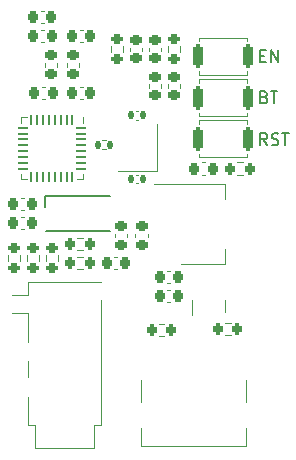
<source format=gto>
%TF.GenerationSoftware,KiCad,Pcbnew,7.0.2-6a45011f42~172~ubuntu22.04.1*%
%TF.CreationDate,2023-05-14T19:46:31+02:00*%
%TF.ProjectId,PowerMeter,506f7765-724d-4657-9465-722e6b696361,rev?*%
%TF.SameCoordinates,Original*%
%TF.FileFunction,Legend,Top*%
%TF.FilePolarity,Positive*%
%FSLAX46Y46*%
G04 Gerber Fmt 4.6, Leading zero omitted, Abs format (unit mm)*
G04 Created by KiCad (PCBNEW 7.0.2-6a45011f42~172~ubuntu22.04.1) date 2023-05-14 19:46:31*
%MOMM*%
%LPD*%
G01*
G04 APERTURE LIST*
G04 Aperture macros list*
%AMRoundRect*
0 Rectangle with rounded corners*
0 $1 Rounding radius*
0 $2 $3 $4 $5 $6 $7 $8 $9 X,Y pos of 4 corners*
0 Add a 4 corners polygon primitive as box body*
4,1,4,$2,$3,$4,$5,$6,$7,$8,$9,$2,$3,0*
0 Add four circle primitives for the rounded corners*
1,1,$1+$1,$2,$3*
1,1,$1+$1,$4,$5*
1,1,$1+$1,$6,$7*
1,1,$1+$1,$8,$9*
0 Add four rect primitives between the rounded corners*
20,1,$1+$1,$2,$3,$4,$5,0*
20,1,$1+$1,$4,$5,$6,$7,0*
20,1,$1+$1,$6,$7,$8,$9,0*
20,1,$1+$1,$8,$9,$2,$3,0*%
G04 Aperture macros list end*
%ADD10C,0.150000*%
%ADD11C,0.120000*%
%ADD12R,1.500000X1.000000*%
%ADD13RoundRect,0.225000X0.250000X-0.225000X0.250000X0.225000X-0.250000X0.225000X-0.250000X-0.225000X0*%
%ADD14RoundRect,0.200000X-0.275000X0.200000X-0.275000X-0.200000X0.275000X-0.200000X0.275000X0.200000X0*%
%ADD15RoundRect,0.200000X-0.200000X-0.800000X0.200000X-0.800000X0.200000X0.800000X-0.200000X0.800000X0*%
%ADD16RoundRect,0.200000X-0.200000X-0.275000X0.200000X-0.275000X0.200000X0.275000X-0.200000X0.275000X0*%
%ADD17RoundRect,0.225000X0.225000X0.250000X-0.225000X0.250000X-0.225000X-0.250000X0.225000X-0.250000X0*%
%ADD18RoundRect,0.200000X0.200000X0.275000X-0.200000X0.275000X-0.200000X-0.275000X0.200000X-0.275000X0*%
%ADD19R,2.000000X1.500000*%
%ADD20R,2.000000X3.800000*%
%ADD21RoundRect,0.225000X-0.250000X0.225000X-0.250000X-0.225000X0.250000X-0.225000X0.250000X0.225000X0*%
%ADD22RoundRect,0.225000X-0.225000X-0.250000X0.225000X-0.250000X0.225000X0.250000X-0.225000X0.250000X0*%
%ADD23RoundRect,0.218750X0.256250X-0.218750X0.256250X0.218750X-0.256250X0.218750X-0.256250X-0.218750X0*%
%ADD24RoundRect,0.135000X0.135000X0.185000X-0.135000X0.185000X-0.135000X-0.185000X0.135000X-0.185000X0*%
%ADD25RoundRect,0.140000X-0.140000X-0.170000X0.140000X-0.170000X0.140000X0.170000X-0.140000X0.170000X0*%
%ADD26R,0.300000X0.550000*%
%ADD27R,0.400000X0.550000*%
%ADD28RoundRect,0.140000X0.140000X0.170000X-0.140000X0.170000X-0.140000X-0.170000X0.140000X-0.170000X0*%
%ADD29C,0.600000*%
%ADD30R,0.600000X1.160000*%
%ADD31R,0.300000X1.160000*%
%ADD32O,0.900000X2.000000*%
%ADD33O,0.900000X1.700000*%
%ADD34R,1.200000X1.400000*%
%ADD35C,1.500000*%
%ADD36R,2.500000X1.200000*%
%ADD37RoundRect,0.062500X-0.062500X0.375000X-0.062500X-0.375000X0.062500X-0.375000X0.062500X0.375000X0*%
%ADD38RoundRect,0.062500X-0.375000X0.062500X-0.375000X-0.062500X0.375000X-0.062500X0.375000X0.062500X0*%
%ADD39R,3.450000X3.450000*%
%ADD40RoundRect,0.218750X-0.256250X0.218750X-0.256250X-0.218750X0.256250X-0.218750X0.256250X0.218750X0*%
G04 APERTURE END LIST*
D10*
X95888095Y-81353809D02*
X96221428Y-81353809D01*
X96364285Y-81877619D02*
X95888095Y-81877619D01*
X95888095Y-81877619D02*
X95888095Y-80877619D01*
X95888095Y-80877619D02*
X96364285Y-80877619D01*
X96792857Y-81877619D02*
X96792857Y-80877619D01*
X96792857Y-80877619D02*
X97364285Y-81877619D01*
X97364285Y-81877619D02*
X97364285Y-80877619D01*
X96221428Y-84853809D02*
X96364285Y-84901428D01*
X96364285Y-84901428D02*
X96411904Y-84949047D01*
X96411904Y-84949047D02*
X96459523Y-85044285D01*
X96459523Y-85044285D02*
X96459523Y-85187142D01*
X96459523Y-85187142D02*
X96411904Y-85282380D01*
X96411904Y-85282380D02*
X96364285Y-85330000D01*
X96364285Y-85330000D02*
X96269047Y-85377619D01*
X96269047Y-85377619D02*
X95888095Y-85377619D01*
X95888095Y-85377619D02*
X95888095Y-84377619D01*
X95888095Y-84377619D02*
X96221428Y-84377619D01*
X96221428Y-84377619D02*
X96316666Y-84425238D01*
X96316666Y-84425238D02*
X96364285Y-84472857D01*
X96364285Y-84472857D02*
X96411904Y-84568095D01*
X96411904Y-84568095D02*
X96411904Y-84663333D01*
X96411904Y-84663333D02*
X96364285Y-84758571D01*
X96364285Y-84758571D02*
X96316666Y-84806190D01*
X96316666Y-84806190D02*
X96221428Y-84853809D01*
X96221428Y-84853809D02*
X95888095Y-84853809D01*
X96745238Y-84377619D02*
X97316666Y-84377619D01*
X97030952Y-85377619D02*
X97030952Y-84377619D01*
X96459523Y-88927619D02*
X96126190Y-88451428D01*
X95888095Y-88927619D02*
X95888095Y-87927619D01*
X95888095Y-87927619D02*
X96269047Y-87927619D01*
X96269047Y-87927619D02*
X96364285Y-87975238D01*
X96364285Y-87975238D02*
X96411904Y-88022857D01*
X96411904Y-88022857D02*
X96459523Y-88118095D01*
X96459523Y-88118095D02*
X96459523Y-88260952D01*
X96459523Y-88260952D02*
X96411904Y-88356190D01*
X96411904Y-88356190D02*
X96364285Y-88403809D01*
X96364285Y-88403809D02*
X96269047Y-88451428D01*
X96269047Y-88451428D02*
X95888095Y-88451428D01*
X96840476Y-88880000D02*
X96983333Y-88927619D01*
X96983333Y-88927619D02*
X97221428Y-88927619D01*
X97221428Y-88927619D02*
X97316666Y-88880000D01*
X97316666Y-88880000D02*
X97364285Y-88832380D01*
X97364285Y-88832380D02*
X97411904Y-88737142D01*
X97411904Y-88737142D02*
X97411904Y-88641904D01*
X97411904Y-88641904D02*
X97364285Y-88546666D01*
X97364285Y-88546666D02*
X97316666Y-88499047D01*
X97316666Y-88499047D02*
X97221428Y-88451428D01*
X97221428Y-88451428D02*
X97030952Y-88403809D01*
X97030952Y-88403809D02*
X96935714Y-88356190D01*
X96935714Y-88356190D02*
X96888095Y-88308571D01*
X96888095Y-88308571D02*
X96840476Y-88213333D01*
X96840476Y-88213333D02*
X96840476Y-88118095D01*
X96840476Y-88118095D02*
X96888095Y-88022857D01*
X96888095Y-88022857D02*
X96935714Y-87975238D01*
X96935714Y-87975238D02*
X97030952Y-87927619D01*
X97030952Y-87927619D02*
X97269047Y-87927619D01*
X97269047Y-87927619D02*
X97411904Y-87975238D01*
X97697619Y-87927619D02*
X98269047Y-87927619D01*
X97983333Y-88927619D02*
X97983333Y-87927619D01*
%TO.C,D2*%
X77620000Y-94200000D02*
X77620000Y-93200000D01*
X83120000Y-93200000D02*
X77620000Y-93200000D01*
X83120000Y-96200000D02*
X77720000Y-96200000D01*
D11*
%TO.C,C6*%
X84850000Y-80950580D02*
X84850000Y-80669420D01*
X85870000Y-80950580D02*
X85870000Y-80669420D01*
%TO.C,R2*%
X84282500Y-80572742D02*
X84282500Y-81047258D01*
X83237500Y-80572742D02*
X83237500Y-81047258D01*
%TO.C,SW2*%
X90650000Y-83330000D02*
X94790000Y-83330000D01*
X90650000Y-83630000D02*
X90650000Y-83330000D01*
X90650000Y-86470000D02*
X90650000Y-86170000D01*
X94790000Y-83330000D02*
X94790000Y-83630000D01*
X94790000Y-86170000D02*
X94790000Y-86470000D01*
X94790000Y-86470000D02*
X90650000Y-86470000D01*
%TO.C,R4*%
X92882742Y-103977500D02*
X93357258Y-103977500D01*
X92882742Y-105022500D02*
X93357258Y-105022500D01*
%TO.C,SW1*%
X90650000Y-79830000D02*
X94790000Y-79830000D01*
X90650000Y-80130000D02*
X90650000Y-79830000D01*
X90650000Y-82970000D02*
X90650000Y-82670000D01*
X94790000Y-79830000D02*
X94790000Y-80130000D01*
X94790000Y-82670000D02*
X94790000Y-82970000D01*
X94790000Y-82970000D02*
X90650000Y-82970000D01*
%TO.C,C12*%
X88050000Y-84050580D02*
X88050000Y-83769420D01*
X89070000Y-84050580D02*
X89070000Y-83769420D01*
%TO.C,C8*%
X77585580Y-80210000D02*
X77304420Y-80210000D01*
X77585580Y-79190000D02*
X77304420Y-79190000D01*
%TO.C,R10*%
X80832258Y-99422500D02*
X80357742Y-99422500D01*
X80832258Y-98377500D02*
X80357742Y-98377500D01*
%TO.C,U2*%
X86920000Y-92190000D02*
X92930000Y-92190000D01*
X89170000Y-99010000D02*
X92930000Y-99010000D01*
X92930000Y-92190000D02*
X92930000Y-93450000D01*
X92930000Y-99010000D02*
X92930000Y-97750000D01*
%TO.C,C15*%
X84590000Y-96434420D02*
X84590000Y-96715580D01*
X83570000Y-96434420D02*
X83570000Y-96715580D01*
%TO.C,C18*%
X90919420Y-90400000D02*
X91200580Y-90400000D01*
X90919420Y-91420000D02*
X91200580Y-91420000D01*
%TO.C,C13*%
X75885580Y-96010000D02*
X75604420Y-96010000D01*
X75885580Y-94990000D02*
X75604420Y-94990000D01*
%TO.C,L1*%
X77610000Y-82275279D02*
X77610000Y-81949721D01*
X78630000Y-82275279D02*
X78630000Y-81949721D01*
%TO.C,C9*%
X77560580Y-78610000D02*
X77279420Y-78610000D01*
X77560580Y-77590000D02*
X77279420Y-77590000D01*
%TO.C,R1*%
X82773641Y-89280000D02*
X82466359Y-89280000D01*
X82773641Y-88520000D02*
X82466359Y-88520000D01*
%TO.C,R11*%
X80357742Y-96777500D02*
X80832258Y-96777500D01*
X80357742Y-97822500D02*
X80832258Y-97822500D01*
%TO.C,C14*%
X87979420Y-99590000D02*
X88260580Y-99590000D01*
X87979420Y-100610000D02*
X88260580Y-100610000D01*
%TO.C,R3*%
X89082500Y-80572742D02*
X89082500Y-81047258D01*
X88037500Y-80572742D02*
X88037500Y-81047258D01*
%TO.C,C10*%
X75885580Y-94410000D02*
X75604420Y-94410000D01*
X75885580Y-93390000D02*
X75604420Y-93390000D01*
%TO.C,C4*%
X85332164Y-86040000D02*
X85547836Y-86040000D01*
X85332164Y-86760000D02*
X85547836Y-86760000D01*
%TO.C,C17*%
X87979420Y-101190000D02*
X88260580Y-101190000D01*
X87979420Y-102210000D02*
X88260580Y-102210000D01*
%TO.C,C2*%
X80579420Y-84002500D02*
X80860580Y-84002500D01*
X80579420Y-85022500D02*
X80860580Y-85022500D01*
%TO.C,C19*%
X83504420Y-98390000D02*
X83785580Y-98390000D01*
X83504420Y-99410000D02*
X83785580Y-99410000D01*
%TO.C,R5*%
X87757258Y-105122500D02*
X87282742Y-105122500D01*
X87757258Y-104077500D02*
X87282742Y-104077500D01*
%TO.C,R9*%
X75542500Y-98262742D02*
X75542500Y-98737258D01*
X74497500Y-98262742D02*
X74497500Y-98737258D01*
%TO.C,R6*%
X94397258Y-91432500D02*
X93922742Y-91432500D01*
X94397258Y-90387500D02*
X93922742Y-90387500D01*
%TO.C,C16*%
X86330000Y-96434420D02*
X86330000Y-96715580D01*
X85310000Y-96434420D02*
X85310000Y-96715580D01*
%TO.C,U3*%
X90053884Y-102040000D02*
X90053884Y-103340000D01*
X92853884Y-102040000D02*
X92853884Y-103040000D01*
%TO.C,C7*%
X77660580Y-85022500D02*
X77379420Y-85022500D01*
X77660580Y-84002500D02*
X77379420Y-84002500D01*
%TO.C,C3*%
X85547836Y-92160000D02*
X85332164Y-92160000D01*
X85547836Y-91440000D02*
X85332164Y-91440000D01*
%TO.C,J2*%
X85750000Y-108855000D02*
X85750000Y-110655000D01*
X85750000Y-114365000D02*
X85750000Y-112905000D01*
X94690000Y-108855000D02*
X94690000Y-110655000D01*
X94690000Y-114365000D02*
X85750000Y-114365000D01*
X94690000Y-114365000D02*
X94690000Y-112905000D01*
%TO.C,SW3*%
X90650000Y-86830000D02*
X94790000Y-86830000D01*
X90650000Y-87130000D02*
X90650000Y-86830000D01*
X90650000Y-89970000D02*
X90650000Y-89670000D01*
X94790000Y-86830000D02*
X94790000Y-87130000D01*
X94790000Y-89670000D02*
X94790000Y-89970000D01*
X94790000Y-89970000D02*
X90650000Y-89970000D01*
%TO.C,C5*%
X86450000Y-80950580D02*
X86450000Y-80669420D01*
X87470000Y-80950580D02*
X87470000Y-80669420D01*
%TO.C,C11*%
X86450000Y-84050580D02*
X86450000Y-83769420D01*
X87470000Y-84050580D02*
X87470000Y-83769420D01*
%TO.C,R7*%
X78742500Y-98262742D02*
X78742500Y-98737258D01*
X77697500Y-98262742D02*
X77697500Y-98737258D01*
%TO.C,Y2*%
X83870000Y-91100000D02*
X87170000Y-91100000D01*
X87170000Y-91100000D02*
X87170000Y-87100000D01*
%TO.C,J3*%
X76820000Y-114600000D02*
X81820000Y-114600000D01*
X76220000Y-112600000D02*
X76820000Y-112600000D01*
X76220000Y-112600000D02*
X76220000Y-110225000D01*
X76820000Y-112600000D02*
X76820000Y-114600000D01*
X81820000Y-112600000D02*
X81820000Y-114600000D01*
X81820000Y-112600000D02*
X82420000Y-112600000D01*
X76220000Y-108575000D02*
X76220000Y-107225000D01*
X76220000Y-105575000D02*
X76220000Y-103175000D01*
X76220000Y-103175000D02*
X74820000Y-103175000D01*
X82420000Y-102075000D02*
X82420000Y-112600000D01*
X76220000Y-101625000D02*
X74820000Y-101625000D01*
X76220000Y-101625000D02*
X76220000Y-100500000D01*
X82420000Y-100500000D02*
X76220000Y-100500000D01*
%TO.C,C1*%
X80579420Y-79202500D02*
X80860580Y-79202500D01*
X80579420Y-80222500D02*
X80860580Y-80222500D01*
%TO.C,U1*%
X75610000Y-86590000D02*
X76085000Y-86590000D01*
X80830000Y-87065000D02*
X80830000Y-86590000D01*
X75610000Y-87065000D02*
X75610000Y-86590000D01*
X80830000Y-91335000D02*
X80830000Y-91810000D01*
X75610000Y-91335000D02*
X75610000Y-91810000D01*
X80830000Y-91810000D02*
X80355000Y-91810000D01*
X75610000Y-91810000D02*
X76085000Y-91810000D01*
%TO.C,R8*%
X77142500Y-98262742D02*
X77142500Y-98737258D01*
X76097500Y-98262742D02*
X76097500Y-98737258D01*
%TO.C,L2*%
X80530000Y-81949721D02*
X80530000Y-82275279D01*
X79510000Y-81949721D02*
X79510000Y-82275279D01*
%TD*%
%LPC*%
D12*
%TO.C,D2*%
X78670000Y-94000000D03*
X78670000Y-95400000D03*
X82170000Y-95400000D03*
X82170000Y-94000000D03*
%TD*%
D13*
%TO.C,C6*%
X85360000Y-81585000D03*
X85360000Y-80035000D03*
%TD*%
D14*
%TO.C,R2*%
X83760000Y-79985000D03*
X83760000Y-81635000D03*
%TD*%
D15*
%TO.C,SW2*%
X90620000Y-84900000D03*
X94820000Y-84900000D03*
%TD*%
D16*
%TO.C,R4*%
X92295000Y-104500000D03*
X93945000Y-104500000D03*
%TD*%
D15*
%TO.C,SW1*%
X90620000Y-81400000D03*
X94820000Y-81400000D03*
%TD*%
D13*
%TO.C,C12*%
X88560000Y-84685000D03*
X88560000Y-83135000D03*
%TD*%
D17*
%TO.C,C8*%
X78220000Y-79700000D03*
X76670000Y-79700000D03*
%TD*%
D18*
%TO.C,R10*%
X81420000Y-98900000D03*
X79770000Y-98900000D03*
%TD*%
D19*
%TO.C,U2*%
X87870000Y-93300000D03*
X87870000Y-95600000D03*
D20*
X94170000Y-95600000D03*
D19*
X87870000Y-97900000D03*
%TD*%
D21*
%TO.C,C15*%
X84080000Y-95800000D03*
X84080000Y-97350000D03*
%TD*%
D22*
%TO.C,C18*%
X90285000Y-90910000D03*
X91835000Y-90910000D03*
%TD*%
D17*
%TO.C,C13*%
X76520000Y-95500000D03*
X74970000Y-95500000D03*
%TD*%
D23*
%TO.C,L1*%
X78120000Y-82900000D03*
X78120000Y-81325000D03*
%TD*%
D17*
%TO.C,C9*%
X78195000Y-78100000D03*
X76645000Y-78100000D03*
%TD*%
D24*
%TO.C,R1*%
X83130000Y-88900000D03*
X82110000Y-88900000D03*
%TD*%
D16*
%TO.C,R11*%
X79770000Y-97300000D03*
X81420000Y-97300000D03*
%TD*%
D22*
%TO.C,C14*%
X87345000Y-100100000D03*
X88895000Y-100100000D03*
%TD*%
D14*
%TO.C,R3*%
X88560000Y-79985000D03*
X88560000Y-81635000D03*
%TD*%
D17*
%TO.C,C10*%
X76520000Y-93900000D03*
X74970000Y-93900000D03*
%TD*%
D25*
%TO.C,C4*%
X84960000Y-86400000D03*
X85920000Y-86400000D03*
%TD*%
D22*
%TO.C,C17*%
X87345000Y-101700000D03*
X88895000Y-101700000D03*
%TD*%
%TO.C,C2*%
X79945000Y-84512500D03*
X81495000Y-84512500D03*
%TD*%
%TO.C,C19*%
X82870000Y-98900000D03*
X84420000Y-98900000D03*
%TD*%
D18*
%TO.C,R5*%
X88345000Y-104600000D03*
X86695000Y-104600000D03*
%TD*%
D14*
%TO.C,R9*%
X75020000Y-97675000D03*
X75020000Y-99325000D03*
%TD*%
D18*
%TO.C,R6*%
X94985000Y-90910000D03*
X93335000Y-90910000D03*
%TD*%
D21*
%TO.C,C16*%
X85820000Y-95800000D03*
X85820000Y-97350000D03*
%TD*%
D26*
%TO.C,U3*%
X90453884Y-102925000D03*
X90953884Y-102925000D03*
D27*
X91453884Y-102925000D03*
D26*
X91953884Y-102925000D03*
X92453884Y-102925000D03*
X92453884Y-102155000D03*
X91953884Y-102155000D03*
D27*
X91453884Y-102155000D03*
D26*
X90953884Y-102155000D03*
X90453884Y-102155000D03*
%TD*%
D17*
%TO.C,C7*%
X78295000Y-84512500D03*
X76745000Y-84512500D03*
%TD*%
D28*
%TO.C,C3*%
X85920000Y-91800000D03*
X84960000Y-91800000D03*
%TD*%
D29*
%TO.C,J2*%
X87330000Y-108075000D03*
X93110000Y-108075000D03*
D30*
X87020000Y-107015000D03*
X87820000Y-107015000D03*
D31*
X88970000Y-107015000D03*
X89970000Y-107015000D03*
X90470000Y-107015000D03*
X91470000Y-107015000D03*
D30*
X92620000Y-107015000D03*
X93420000Y-107015000D03*
X93420000Y-107015000D03*
X92620000Y-107015000D03*
D31*
X91970000Y-107015000D03*
X90970000Y-107015000D03*
X89470000Y-107015000D03*
X88470000Y-107015000D03*
D30*
X87820000Y-107015000D03*
X87020000Y-107015000D03*
D32*
X85900000Y-107595000D03*
D33*
X85900000Y-111765000D03*
D32*
X94540000Y-107595000D03*
D33*
X94540000Y-111765000D03*
%TD*%
D15*
%TO.C,SW3*%
X90620000Y-88400000D03*
X94820000Y-88400000D03*
%TD*%
D13*
%TO.C,C5*%
X86960000Y-81585000D03*
X86960000Y-80035000D03*
%TD*%
%TO.C,C11*%
X86960000Y-84685000D03*
X86960000Y-83135000D03*
%TD*%
D14*
%TO.C,R7*%
X78220000Y-97675000D03*
X78220000Y-99325000D03*
%TD*%
D34*
%TO.C,Y2*%
X86370000Y-90200000D03*
X86370000Y-88000000D03*
X84670000Y-88000000D03*
X84670000Y-90200000D03*
%TD*%
D35*
%TO.C,J3*%
X79320000Y-111000000D03*
X79320000Y-104000000D03*
D36*
X76070000Y-106400000D03*
X76070000Y-109400000D03*
X82570000Y-101300000D03*
X76070000Y-102400000D03*
%TD*%
D22*
%TO.C,C1*%
X79945000Y-79712500D03*
X81495000Y-79712500D03*
%TD*%
D37*
%TO.C,U1*%
X79970000Y-86762500D03*
X79470000Y-86762500D03*
X78970000Y-86762500D03*
X78470000Y-86762500D03*
X77970000Y-86762500D03*
X77470000Y-86762500D03*
X76970000Y-86762500D03*
X76470000Y-86762500D03*
D38*
X75782500Y-87450000D03*
X75782500Y-87950000D03*
X75782500Y-88450000D03*
X75782500Y-88950000D03*
X75782500Y-89450000D03*
X75782500Y-89950000D03*
X75782500Y-90450000D03*
X75782500Y-90950000D03*
D37*
X76470000Y-91637500D03*
X76970000Y-91637500D03*
X77470000Y-91637500D03*
X77970000Y-91637500D03*
X78470000Y-91637500D03*
X78970000Y-91637500D03*
X79470000Y-91637500D03*
X79970000Y-91637500D03*
D38*
X80657500Y-90950000D03*
X80657500Y-90450000D03*
X80657500Y-89950000D03*
X80657500Y-89450000D03*
X80657500Y-88950000D03*
X80657500Y-88450000D03*
X80657500Y-87950000D03*
X80657500Y-87450000D03*
D39*
X78220000Y-89200000D03*
%TD*%
D14*
%TO.C,R8*%
X76620000Y-97675000D03*
X76620000Y-99325000D03*
%TD*%
D40*
%TO.C,L2*%
X80020000Y-81325000D03*
X80020000Y-82900000D03*
%TD*%
%LPD*%
M02*

</source>
